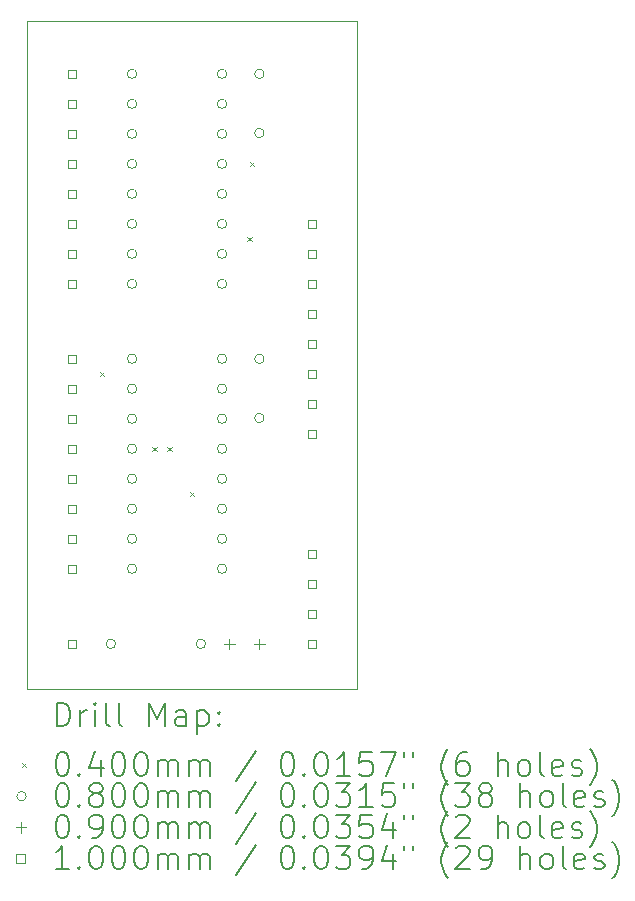
<source format=gbr>
%FSLAX45Y45*%
G04 Gerber Fmt 4.5, Leading zero omitted, Abs format (unit mm)*
G04 Created by KiCad (PCBNEW (6.0.5)) date 2024-02-04 14:25:51*
%MOMM*%
%LPD*%
G01*
G04 APERTURE LIST*
%TA.AperFunction,Profile*%
%ADD10C,0.100000*%
%TD*%
%ADD11C,0.200000*%
%ADD12C,0.040000*%
%ADD13C,0.080000*%
%ADD14C,0.090000*%
%ADD15C,0.100000*%
G04 APERTURE END LIST*
D10*
X14097000Y-5905500D02*
X16891000Y-5905500D01*
X16891000Y-5905500D02*
X16891000Y-11557000D01*
X16891000Y-11557000D02*
X14097000Y-11557000D01*
X14097000Y-11557000D02*
X14097000Y-5905500D01*
D11*
D12*
X14712000Y-8870000D02*
X14752000Y-8910000D01*
X14752000Y-8870000D02*
X14712000Y-8910000D01*
X15156500Y-9505000D02*
X15196500Y-9545000D01*
X15196500Y-9505000D02*
X15156500Y-9545000D01*
X15283500Y-9505000D02*
X15323500Y-9545000D01*
X15323500Y-9505000D02*
X15283500Y-9545000D01*
X15474000Y-9886000D02*
X15514000Y-9926000D01*
X15514000Y-9886000D02*
X15474000Y-9926000D01*
X15960550Y-7727000D02*
X16000550Y-7767000D01*
X16000550Y-7727000D02*
X15960550Y-7767000D01*
X15982000Y-7092000D02*
X16022000Y-7132000D01*
X16022000Y-7092000D02*
X15982000Y-7132000D01*
D13*
X14848200Y-11175000D02*
G75*
G03*
X14848200Y-11175000I-40000J0D01*
G01*
X15027000Y-6349000D02*
G75*
G03*
X15027000Y-6349000I-40000J0D01*
G01*
X15027000Y-6603000D02*
G75*
G03*
X15027000Y-6603000I-40000J0D01*
G01*
X15027000Y-6857000D02*
G75*
G03*
X15027000Y-6857000I-40000J0D01*
G01*
X15027000Y-7111000D02*
G75*
G03*
X15027000Y-7111000I-40000J0D01*
G01*
X15027000Y-7365000D02*
G75*
G03*
X15027000Y-7365000I-40000J0D01*
G01*
X15027000Y-7619000D02*
G75*
G03*
X15027000Y-7619000I-40000J0D01*
G01*
X15027000Y-7873000D02*
G75*
G03*
X15027000Y-7873000I-40000J0D01*
G01*
X15027000Y-8127000D02*
G75*
G03*
X15027000Y-8127000I-40000J0D01*
G01*
X15028000Y-8761000D02*
G75*
G03*
X15028000Y-8761000I-40000J0D01*
G01*
X15028000Y-9015000D02*
G75*
G03*
X15028000Y-9015000I-40000J0D01*
G01*
X15028000Y-9269000D02*
G75*
G03*
X15028000Y-9269000I-40000J0D01*
G01*
X15028000Y-9523000D02*
G75*
G03*
X15028000Y-9523000I-40000J0D01*
G01*
X15028000Y-9777000D02*
G75*
G03*
X15028000Y-9777000I-40000J0D01*
G01*
X15028000Y-10031000D02*
G75*
G03*
X15028000Y-10031000I-40000J0D01*
G01*
X15028000Y-10285000D02*
G75*
G03*
X15028000Y-10285000I-40000J0D01*
G01*
X15028000Y-10539000D02*
G75*
G03*
X15028000Y-10539000I-40000J0D01*
G01*
X15610200Y-11175000D02*
G75*
G03*
X15610200Y-11175000I-40000J0D01*
G01*
X15789000Y-6349000D02*
G75*
G03*
X15789000Y-6349000I-40000J0D01*
G01*
X15789000Y-6603000D02*
G75*
G03*
X15789000Y-6603000I-40000J0D01*
G01*
X15789000Y-6857000D02*
G75*
G03*
X15789000Y-6857000I-40000J0D01*
G01*
X15789000Y-7111000D02*
G75*
G03*
X15789000Y-7111000I-40000J0D01*
G01*
X15789000Y-7365000D02*
G75*
G03*
X15789000Y-7365000I-40000J0D01*
G01*
X15789000Y-7619000D02*
G75*
G03*
X15789000Y-7619000I-40000J0D01*
G01*
X15789000Y-7873000D02*
G75*
G03*
X15789000Y-7873000I-40000J0D01*
G01*
X15789000Y-8127000D02*
G75*
G03*
X15789000Y-8127000I-40000J0D01*
G01*
X15790000Y-8761000D02*
G75*
G03*
X15790000Y-8761000I-40000J0D01*
G01*
X15790000Y-9015000D02*
G75*
G03*
X15790000Y-9015000I-40000J0D01*
G01*
X15790000Y-9269000D02*
G75*
G03*
X15790000Y-9269000I-40000J0D01*
G01*
X15790000Y-9523000D02*
G75*
G03*
X15790000Y-9523000I-40000J0D01*
G01*
X15790000Y-9777000D02*
G75*
G03*
X15790000Y-9777000I-40000J0D01*
G01*
X15790000Y-10031000D02*
G75*
G03*
X15790000Y-10031000I-40000J0D01*
G01*
X15790000Y-10285000D02*
G75*
G03*
X15790000Y-10285000I-40000J0D01*
G01*
X15790000Y-10539000D02*
G75*
G03*
X15790000Y-10539000I-40000J0D01*
G01*
X16105500Y-6350000D02*
G75*
G03*
X16105500Y-6350000I-40000J0D01*
G01*
X16105500Y-6850000D02*
G75*
G03*
X16105500Y-6850000I-40000J0D01*
G01*
X16105500Y-8763000D02*
G75*
G03*
X16105500Y-8763000I-40000J0D01*
G01*
X16105500Y-9263000D02*
G75*
G03*
X16105500Y-9263000I-40000J0D01*
G01*
D14*
X15811500Y-11131000D02*
X15811500Y-11221000D01*
X15766500Y-11176000D02*
X15856500Y-11176000D01*
X16065500Y-11131000D02*
X16065500Y-11221000D01*
X16020500Y-11176000D02*
X16110500Y-11176000D01*
D15*
X14514356Y-6384356D02*
X14514356Y-6313644D01*
X14443644Y-6313644D01*
X14443644Y-6384356D01*
X14514356Y-6384356D01*
X14514356Y-6638356D02*
X14514356Y-6567644D01*
X14443644Y-6567644D01*
X14443644Y-6638356D01*
X14514356Y-6638356D01*
X14514356Y-6892356D02*
X14514356Y-6821644D01*
X14443644Y-6821644D01*
X14443644Y-6892356D01*
X14514356Y-6892356D01*
X14514356Y-7146356D02*
X14514356Y-7075644D01*
X14443644Y-7075644D01*
X14443644Y-7146356D01*
X14514356Y-7146356D01*
X14514356Y-7400356D02*
X14514356Y-7329644D01*
X14443644Y-7329644D01*
X14443644Y-7400356D01*
X14514356Y-7400356D01*
X14514356Y-7654356D02*
X14514356Y-7583644D01*
X14443644Y-7583644D01*
X14443644Y-7654356D01*
X14514356Y-7654356D01*
X14514356Y-7908356D02*
X14514356Y-7837644D01*
X14443644Y-7837644D01*
X14443644Y-7908356D01*
X14514356Y-7908356D01*
X14514356Y-8162356D02*
X14514356Y-8091644D01*
X14443644Y-8091644D01*
X14443644Y-8162356D01*
X14514356Y-8162356D01*
X14514356Y-8797356D02*
X14514356Y-8726644D01*
X14443644Y-8726644D01*
X14443644Y-8797356D01*
X14514356Y-8797356D01*
X14514356Y-9051356D02*
X14514356Y-8980644D01*
X14443644Y-8980644D01*
X14443644Y-9051356D01*
X14514356Y-9051356D01*
X14514356Y-9305356D02*
X14514356Y-9234644D01*
X14443644Y-9234644D01*
X14443644Y-9305356D01*
X14514356Y-9305356D01*
X14514356Y-9559356D02*
X14514356Y-9488644D01*
X14443644Y-9488644D01*
X14443644Y-9559356D01*
X14514356Y-9559356D01*
X14514356Y-9813356D02*
X14514356Y-9742644D01*
X14443644Y-9742644D01*
X14443644Y-9813356D01*
X14514356Y-9813356D01*
X14514356Y-10067356D02*
X14514356Y-9996644D01*
X14443644Y-9996644D01*
X14443644Y-10067356D01*
X14514356Y-10067356D01*
X14514356Y-10321356D02*
X14514356Y-10250644D01*
X14443644Y-10250644D01*
X14443644Y-10321356D01*
X14514356Y-10321356D01*
X14514356Y-10575356D02*
X14514356Y-10504644D01*
X14443644Y-10504644D01*
X14443644Y-10575356D01*
X14514356Y-10575356D01*
X14514356Y-11210356D02*
X14514356Y-11139644D01*
X14443644Y-11139644D01*
X14443644Y-11210356D01*
X14514356Y-11210356D01*
X16545356Y-7655356D02*
X16545356Y-7584644D01*
X16474644Y-7584644D01*
X16474644Y-7655356D01*
X16545356Y-7655356D01*
X16545356Y-7909356D02*
X16545356Y-7838644D01*
X16474644Y-7838644D01*
X16474644Y-7909356D01*
X16545356Y-7909356D01*
X16545356Y-8163356D02*
X16545356Y-8092644D01*
X16474644Y-8092644D01*
X16474644Y-8163356D01*
X16545356Y-8163356D01*
X16545356Y-8417356D02*
X16545356Y-8346644D01*
X16474644Y-8346644D01*
X16474644Y-8417356D01*
X16545356Y-8417356D01*
X16545356Y-8671356D02*
X16545356Y-8600644D01*
X16474644Y-8600644D01*
X16474644Y-8671356D01*
X16545356Y-8671356D01*
X16545356Y-8925356D02*
X16545356Y-8854644D01*
X16474644Y-8854644D01*
X16474644Y-8925356D01*
X16545356Y-8925356D01*
X16545356Y-9179356D02*
X16545356Y-9108644D01*
X16474644Y-9108644D01*
X16474644Y-9179356D01*
X16545356Y-9179356D01*
X16545356Y-9433356D02*
X16545356Y-9362644D01*
X16474644Y-9362644D01*
X16474644Y-9433356D01*
X16545356Y-9433356D01*
X16545356Y-10449356D02*
X16545356Y-10378644D01*
X16474644Y-10378644D01*
X16474644Y-10449356D01*
X16545356Y-10449356D01*
X16545356Y-10703356D02*
X16545356Y-10632644D01*
X16474644Y-10632644D01*
X16474644Y-10703356D01*
X16545356Y-10703356D01*
X16545356Y-10957356D02*
X16545356Y-10886644D01*
X16474644Y-10886644D01*
X16474644Y-10957356D01*
X16545356Y-10957356D01*
X16545356Y-11211356D02*
X16545356Y-11140644D01*
X16474644Y-11140644D01*
X16474644Y-11211356D01*
X16545356Y-11211356D01*
D11*
X14349619Y-11872476D02*
X14349619Y-11672476D01*
X14397238Y-11672476D01*
X14425809Y-11682000D01*
X14444857Y-11701048D01*
X14454381Y-11720095D01*
X14463905Y-11758190D01*
X14463905Y-11786762D01*
X14454381Y-11824857D01*
X14444857Y-11843905D01*
X14425809Y-11862952D01*
X14397238Y-11872476D01*
X14349619Y-11872476D01*
X14549619Y-11872476D02*
X14549619Y-11739143D01*
X14549619Y-11777238D02*
X14559143Y-11758190D01*
X14568667Y-11748667D01*
X14587714Y-11739143D01*
X14606762Y-11739143D01*
X14673428Y-11872476D02*
X14673428Y-11739143D01*
X14673428Y-11672476D02*
X14663905Y-11682000D01*
X14673428Y-11691524D01*
X14682952Y-11682000D01*
X14673428Y-11672476D01*
X14673428Y-11691524D01*
X14797238Y-11872476D02*
X14778190Y-11862952D01*
X14768667Y-11843905D01*
X14768667Y-11672476D01*
X14902000Y-11872476D02*
X14882952Y-11862952D01*
X14873428Y-11843905D01*
X14873428Y-11672476D01*
X15130571Y-11872476D02*
X15130571Y-11672476D01*
X15197238Y-11815333D01*
X15263905Y-11672476D01*
X15263905Y-11872476D01*
X15444857Y-11872476D02*
X15444857Y-11767714D01*
X15435333Y-11748667D01*
X15416286Y-11739143D01*
X15378190Y-11739143D01*
X15359143Y-11748667D01*
X15444857Y-11862952D02*
X15425809Y-11872476D01*
X15378190Y-11872476D01*
X15359143Y-11862952D01*
X15349619Y-11843905D01*
X15349619Y-11824857D01*
X15359143Y-11805809D01*
X15378190Y-11796286D01*
X15425809Y-11796286D01*
X15444857Y-11786762D01*
X15540095Y-11739143D02*
X15540095Y-11939143D01*
X15540095Y-11748667D02*
X15559143Y-11739143D01*
X15597238Y-11739143D01*
X15616286Y-11748667D01*
X15625809Y-11758190D01*
X15635333Y-11777238D01*
X15635333Y-11834381D01*
X15625809Y-11853428D01*
X15616286Y-11862952D01*
X15597238Y-11872476D01*
X15559143Y-11872476D01*
X15540095Y-11862952D01*
X15721048Y-11853428D02*
X15730571Y-11862952D01*
X15721048Y-11872476D01*
X15711524Y-11862952D01*
X15721048Y-11853428D01*
X15721048Y-11872476D01*
X15721048Y-11748667D02*
X15730571Y-11758190D01*
X15721048Y-11767714D01*
X15711524Y-11758190D01*
X15721048Y-11748667D01*
X15721048Y-11767714D01*
D12*
X14052000Y-12182000D02*
X14092000Y-12222000D01*
X14092000Y-12182000D02*
X14052000Y-12222000D01*
D11*
X14387714Y-12092476D02*
X14406762Y-12092476D01*
X14425809Y-12102000D01*
X14435333Y-12111524D01*
X14444857Y-12130571D01*
X14454381Y-12168667D01*
X14454381Y-12216286D01*
X14444857Y-12254381D01*
X14435333Y-12273428D01*
X14425809Y-12282952D01*
X14406762Y-12292476D01*
X14387714Y-12292476D01*
X14368667Y-12282952D01*
X14359143Y-12273428D01*
X14349619Y-12254381D01*
X14340095Y-12216286D01*
X14340095Y-12168667D01*
X14349619Y-12130571D01*
X14359143Y-12111524D01*
X14368667Y-12102000D01*
X14387714Y-12092476D01*
X14540095Y-12273428D02*
X14549619Y-12282952D01*
X14540095Y-12292476D01*
X14530571Y-12282952D01*
X14540095Y-12273428D01*
X14540095Y-12292476D01*
X14721048Y-12159143D02*
X14721048Y-12292476D01*
X14673428Y-12082952D02*
X14625809Y-12225809D01*
X14749619Y-12225809D01*
X14863905Y-12092476D02*
X14882952Y-12092476D01*
X14902000Y-12102000D01*
X14911524Y-12111524D01*
X14921048Y-12130571D01*
X14930571Y-12168667D01*
X14930571Y-12216286D01*
X14921048Y-12254381D01*
X14911524Y-12273428D01*
X14902000Y-12282952D01*
X14882952Y-12292476D01*
X14863905Y-12292476D01*
X14844857Y-12282952D01*
X14835333Y-12273428D01*
X14825809Y-12254381D01*
X14816286Y-12216286D01*
X14816286Y-12168667D01*
X14825809Y-12130571D01*
X14835333Y-12111524D01*
X14844857Y-12102000D01*
X14863905Y-12092476D01*
X15054381Y-12092476D02*
X15073428Y-12092476D01*
X15092476Y-12102000D01*
X15102000Y-12111524D01*
X15111524Y-12130571D01*
X15121048Y-12168667D01*
X15121048Y-12216286D01*
X15111524Y-12254381D01*
X15102000Y-12273428D01*
X15092476Y-12282952D01*
X15073428Y-12292476D01*
X15054381Y-12292476D01*
X15035333Y-12282952D01*
X15025809Y-12273428D01*
X15016286Y-12254381D01*
X15006762Y-12216286D01*
X15006762Y-12168667D01*
X15016286Y-12130571D01*
X15025809Y-12111524D01*
X15035333Y-12102000D01*
X15054381Y-12092476D01*
X15206762Y-12292476D02*
X15206762Y-12159143D01*
X15206762Y-12178190D02*
X15216286Y-12168667D01*
X15235333Y-12159143D01*
X15263905Y-12159143D01*
X15282952Y-12168667D01*
X15292476Y-12187714D01*
X15292476Y-12292476D01*
X15292476Y-12187714D02*
X15302000Y-12168667D01*
X15321048Y-12159143D01*
X15349619Y-12159143D01*
X15368667Y-12168667D01*
X15378190Y-12187714D01*
X15378190Y-12292476D01*
X15473428Y-12292476D02*
X15473428Y-12159143D01*
X15473428Y-12178190D02*
X15482952Y-12168667D01*
X15502000Y-12159143D01*
X15530571Y-12159143D01*
X15549619Y-12168667D01*
X15559143Y-12187714D01*
X15559143Y-12292476D01*
X15559143Y-12187714D02*
X15568667Y-12168667D01*
X15587714Y-12159143D01*
X15616286Y-12159143D01*
X15635333Y-12168667D01*
X15644857Y-12187714D01*
X15644857Y-12292476D01*
X16035333Y-12082952D02*
X15863905Y-12340095D01*
X16292476Y-12092476D02*
X16311524Y-12092476D01*
X16330571Y-12102000D01*
X16340095Y-12111524D01*
X16349619Y-12130571D01*
X16359143Y-12168667D01*
X16359143Y-12216286D01*
X16349619Y-12254381D01*
X16340095Y-12273428D01*
X16330571Y-12282952D01*
X16311524Y-12292476D01*
X16292476Y-12292476D01*
X16273428Y-12282952D01*
X16263905Y-12273428D01*
X16254381Y-12254381D01*
X16244857Y-12216286D01*
X16244857Y-12168667D01*
X16254381Y-12130571D01*
X16263905Y-12111524D01*
X16273428Y-12102000D01*
X16292476Y-12092476D01*
X16444857Y-12273428D02*
X16454381Y-12282952D01*
X16444857Y-12292476D01*
X16435333Y-12282952D01*
X16444857Y-12273428D01*
X16444857Y-12292476D01*
X16578190Y-12092476D02*
X16597238Y-12092476D01*
X16616286Y-12102000D01*
X16625809Y-12111524D01*
X16635333Y-12130571D01*
X16644857Y-12168667D01*
X16644857Y-12216286D01*
X16635333Y-12254381D01*
X16625809Y-12273428D01*
X16616286Y-12282952D01*
X16597238Y-12292476D01*
X16578190Y-12292476D01*
X16559143Y-12282952D01*
X16549619Y-12273428D01*
X16540095Y-12254381D01*
X16530571Y-12216286D01*
X16530571Y-12168667D01*
X16540095Y-12130571D01*
X16549619Y-12111524D01*
X16559143Y-12102000D01*
X16578190Y-12092476D01*
X16835333Y-12292476D02*
X16721048Y-12292476D01*
X16778190Y-12292476D02*
X16778190Y-12092476D01*
X16759143Y-12121048D01*
X16740095Y-12140095D01*
X16721048Y-12149619D01*
X17016286Y-12092476D02*
X16921048Y-12092476D01*
X16911524Y-12187714D01*
X16921048Y-12178190D01*
X16940095Y-12168667D01*
X16987714Y-12168667D01*
X17006762Y-12178190D01*
X17016286Y-12187714D01*
X17025810Y-12206762D01*
X17025810Y-12254381D01*
X17016286Y-12273428D01*
X17006762Y-12282952D01*
X16987714Y-12292476D01*
X16940095Y-12292476D01*
X16921048Y-12282952D01*
X16911524Y-12273428D01*
X17092476Y-12092476D02*
X17225810Y-12092476D01*
X17140095Y-12292476D01*
X17292476Y-12092476D02*
X17292476Y-12130571D01*
X17368667Y-12092476D02*
X17368667Y-12130571D01*
X17663905Y-12368667D02*
X17654381Y-12359143D01*
X17635333Y-12330571D01*
X17625810Y-12311524D01*
X17616286Y-12282952D01*
X17606762Y-12235333D01*
X17606762Y-12197238D01*
X17616286Y-12149619D01*
X17625810Y-12121048D01*
X17635333Y-12102000D01*
X17654381Y-12073428D01*
X17663905Y-12063905D01*
X17825810Y-12092476D02*
X17787714Y-12092476D01*
X17768667Y-12102000D01*
X17759143Y-12111524D01*
X17740095Y-12140095D01*
X17730571Y-12178190D01*
X17730571Y-12254381D01*
X17740095Y-12273428D01*
X17749619Y-12282952D01*
X17768667Y-12292476D01*
X17806762Y-12292476D01*
X17825810Y-12282952D01*
X17835333Y-12273428D01*
X17844857Y-12254381D01*
X17844857Y-12206762D01*
X17835333Y-12187714D01*
X17825810Y-12178190D01*
X17806762Y-12168667D01*
X17768667Y-12168667D01*
X17749619Y-12178190D01*
X17740095Y-12187714D01*
X17730571Y-12206762D01*
X18082952Y-12292476D02*
X18082952Y-12092476D01*
X18168667Y-12292476D02*
X18168667Y-12187714D01*
X18159143Y-12168667D01*
X18140095Y-12159143D01*
X18111524Y-12159143D01*
X18092476Y-12168667D01*
X18082952Y-12178190D01*
X18292476Y-12292476D02*
X18273429Y-12282952D01*
X18263905Y-12273428D01*
X18254381Y-12254381D01*
X18254381Y-12197238D01*
X18263905Y-12178190D01*
X18273429Y-12168667D01*
X18292476Y-12159143D01*
X18321048Y-12159143D01*
X18340095Y-12168667D01*
X18349619Y-12178190D01*
X18359143Y-12197238D01*
X18359143Y-12254381D01*
X18349619Y-12273428D01*
X18340095Y-12282952D01*
X18321048Y-12292476D01*
X18292476Y-12292476D01*
X18473429Y-12292476D02*
X18454381Y-12282952D01*
X18444857Y-12263905D01*
X18444857Y-12092476D01*
X18625810Y-12282952D02*
X18606762Y-12292476D01*
X18568667Y-12292476D01*
X18549619Y-12282952D01*
X18540095Y-12263905D01*
X18540095Y-12187714D01*
X18549619Y-12168667D01*
X18568667Y-12159143D01*
X18606762Y-12159143D01*
X18625810Y-12168667D01*
X18635333Y-12187714D01*
X18635333Y-12206762D01*
X18540095Y-12225809D01*
X18711524Y-12282952D02*
X18730571Y-12292476D01*
X18768667Y-12292476D01*
X18787714Y-12282952D01*
X18797238Y-12263905D01*
X18797238Y-12254381D01*
X18787714Y-12235333D01*
X18768667Y-12225809D01*
X18740095Y-12225809D01*
X18721048Y-12216286D01*
X18711524Y-12197238D01*
X18711524Y-12187714D01*
X18721048Y-12168667D01*
X18740095Y-12159143D01*
X18768667Y-12159143D01*
X18787714Y-12168667D01*
X18863905Y-12368667D02*
X18873429Y-12359143D01*
X18892476Y-12330571D01*
X18902000Y-12311524D01*
X18911524Y-12282952D01*
X18921048Y-12235333D01*
X18921048Y-12197238D01*
X18911524Y-12149619D01*
X18902000Y-12121048D01*
X18892476Y-12102000D01*
X18873429Y-12073428D01*
X18863905Y-12063905D01*
D13*
X14092000Y-12466000D02*
G75*
G03*
X14092000Y-12466000I-40000J0D01*
G01*
D11*
X14387714Y-12356476D02*
X14406762Y-12356476D01*
X14425809Y-12366000D01*
X14435333Y-12375524D01*
X14444857Y-12394571D01*
X14454381Y-12432667D01*
X14454381Y-12480286D01*
X14444857Y-12518381D01*
X14435333Y-12537428D01*
X14425809Y-12546952D01*
X14406762Y-12556476D01*
X14387714Y-12556476D01*
X14368667Y-12546952D01*
X14359143Y-12537428D01*
X14349619Y-12518381D01*
X14340095Y-12480286D01*
X14340095Y-12432667D01*
X14349619Y-12394571D01*
X14359143Y-12375524D01*
X14368667Y-12366000D01*
X14387714Y-12356476D01*
X14540095Y-12537428D02*
X14549619Y-12546952D01*
X14540095Y-12556476D01*
X14530571Y-12546952D01*
X14540095Y-12537428D01*
X14540095Y-12556476D01*
X14663905Y-12442190D02*
X14644857Y-12432667D01*
X14635333Y-12423143D01*
X14625809Y-12404095D01*
X14625809Y-12394571D01*
X14635333Y-12375524D01*
X14644857Y-12366000D01*
X14663905Y-12356476D01*
X14702000Y-12356476D01*
X14721048Y-12366000D01*
X14730571Y-12375524D01*
X14740095Y-12394571D01*
X14740095Y-12404095D01*
X14730571Y-12423143D01*
X14721048Y-12432667D01*
X14702000Y-12442190D01*
X14663905Y-12442190D01*
X14644857Y-12451714D01*
X14635333Y-12461238D01*
X14625809Y-12480286D01*
X14625809Y-12518381D01*
X14635333Y-12537428D01*
X14644857Y-12546952D01*
X14663905Y-12556476D01*
X14702000Y-12556476D01*
X14721048Y-12546952D01*
X14730571Y-12537428D01*
X14740095Y-12518381D01*
X14740095Y-12480286D01*
X14730571Y-12461238D01*
X14721048Y-12451714D01*
X14702000Y-12442190D01*
X14863905Y-12356476D02*
X14882952Y-12356476D01*
X14902000Y-12366000D01*
X14911524Y-12375524D01*
X14921048Y-12394571D01*
X14930571Y-12432667D01*
X14930571Y-12480286D01*
X14921048Y-12518381D01*
X14911524Y-12537428D01*
X14902000Y-12546952D01*
X14882952Y-12556476D01*
X14863905Y-12556476D01*
X14844857Y-12546952D01*
X14835333Y-12537428D01*
X14825809Y-12518381D01*
X14816286Y-12480286D01*
X14816286Y-12432667D01*
X14825809Y-12394571D01*
X14835333Y-12375524D01*
X14844857Y-12366000D01*
X14863905Y-12356476D01*
X15054381Y-12356476D02*
X15073428Y-12356476D01*
X15092476Y-12366000D01*
X15102000Y-12375524D01*
X15111524Y-12394571D01*
X15121048Y-12432667D01*
X15121048Y-12480286D01*
X15111524Y-12518381D01*
X15102000Y-12537428D01*
X15092476Y-12546952D01*
X15073428Y-12556476D01*
X15054381Y-12556476D01*
X15035333Y-12546952D01*
X15025809Y-12537428D01*
X15016286Y-12518381D01*
X15006762Y-12480286D01*
X15006762Y-12432667D01*
X15016286Y-12394571D01*
X15025809Y-12375524D01*
X15035333Y-12366000D01*
X15054381Y-12356476D01*
X15206762Y-12556476D02*
X15206762Y-12423143D01*
X15206762Y-12442190D02*
X15216286Y-12432667D01*
X15235333Y-12423143D01*
X15263905Y-12423143D01*
X15282952Y-12432667D01*
X15292476Y-12451714D01*
X15292476Y-12556476D01*
X15292476Y-12451714D02*
X15302000Y-12432667D01*
X15321048Y-12423143D01*
X15349619Y-12423143D01*
X15368667Y-12432667D01*
X15378190Y-12451714D01*
X15378190Y-12556476D01*
X15473428Y-12556476D02*
X15473428Y-12423143D01*
X15473428Y-12442190D02*
X15482952Y-12432667D01*
X15502000Y-12423143D01*
X15530571Y-12423143D01*
X15549619Y-12432667D01*
X15559143Y-12451714D01*
X15559143Y-12556476D01*
X15559143Y-12451714D02*
X15568667Y-12432667D01*
X15587714Y-12423143D01*
X15616286Y-12423143D01*
X15635333Y-12432667D01*
X15644857Y-12451714D01*
X15644857Y-12556476D01*
X16035333Y-12346952D02*
X15863905Y-12604095D01*
X16292476Y-12356476D02*
X16311524Y-12356476D01*
X16330571Y-12366000D01*
X16340095Y-12375524D01*
X16349619Y-12394571D01*
X16359143Y-12432667D01*
X16359143Y-12480286D01*
X16349619Y-12518381D01*
X16340095Y-12537428D01*
X16330571Y-12546952D01*
X16311524Y-12556476D01*
X16292476Y-12556476D01*
X16273428Y-12546952D01*
X16263905Y-12537428D01*
X16254381Y-12518381D01*
X16244857Y-12480286D01*
X16244857Y-12432667D01*
X16254381Y-12394571D01*
X16263905Y-12375524D01*
X16273428Y-12366000D01*
X16292476Y-12356476D01*
X16444857Y-12537428D02*
X16454381Y-12546952D01*
X16444857Y-12556476D01*
X16435333Y-12546952D01*
X16444857Y-12537428D01*
X16444857Y-12556476D01*
X16578190Y-12356476D02*
X16597238Y-12356476D01*
X16616286Y-12366000D01*
X16625809Y-12375524D01*
X16635333Y-12394571D01*
X16644857Y-12432667D01*
X16644857Y-12480286D01*
X16635333Y-12518381D01*
X16625809Y-12537428D01*
X16616286Y-12546952D01*
X16597238Y-12556476D01*
X16578190Y-12556476D01*
X16559143Y-12546952D01*
X16549619Y-12537428D01*
X16540095Y-12518381D01*
X16530571Y-12480286D01*
X16530571Y-12432667D01*
X16540095Y-12394571D01*
X16549619Y-12375524D01*
X16559143Y-12366000D01*
X16578190Y-12356476D01*
X16711524Y-12356476D02*
X16835333Y-12356476D01*
X16768667Y-12432667D01*
X16797238Y-12432667D01*
X16816286Y-12442190D01*
X16825810Y-12451714D01*
X16835333Y-12470762D01*
X16835333Y-12518381D01*
X16825810Y-12537428D01*
X16816286Y-12546952D01*
X16797238Y-12556476D01*
X16740095Y-12556476D01*
X16721048Y-12546952D01*
X16711524Y-12537428D01*
X17025810Y-12556476D02*
X16911524Y-12556476D01*
X16968667Y-12556476D02*
X16968667Y-12356476D01*
X16949619Y-12385048D01*
X16930571Y-12404095D01*
X16911524Y-12413619D01*
X17206762Y-12356476D02*
X17111524Y-12356476D01*
X17102000Y-12451714D01*
X17111524Y-12442190D01*
X17130571Y-12432667D01*
X17178190Y-12432667D01*
X17197238Y-12442190D01*
X17206762Y-12451714D01*
X17216286Y-12470762D01*
X17216286Y-12518381D01*
X17206762Y-12537428D01*
X17197238Y-12546952D01*
X17178190Y-12556476D01*
X17130571Y-12556476D01*
X17111524Y-12546952D01*
X17102000Y-12537428D01*
X17292476Y-12356476D02*
X17292476Y-12394571D01*
X17368667Y-12356476D02*
X17368667Y-12394571D01*
X17663905Y-12632667D02*
X17654381Y-12623143D01*
X17635333Y-12594571D01*
X17625810Y-12575524D01*
X17616286Y-12546952D01*
X17606762Y-12499333D01*
X17606762Y-12461238D01*
X17616286Y-12413619D01*
X17625810Y-12385048D01*
X17635333Y-12366000D01*
X17654381Y-12337428D01*
X17663905Y-12327905D01*
X17721048Y-12356476D02*
X17844857Y-12356476D01*
X17778190Y-12432667D01*
X17806762Y-12432667D01*
X17825810Y-12442190D01*
X17835333Y-12451714D01*
X17844857Y-12470762D01*
X17844857Y-12518381D01*
X17835333Y-12537428D01*
X17825810Y-12546952D01*
X17806762Y-12556476D01*
X17749619Y-12556476D01*
X17730571Y-12546952D01*
X17721048Y-12537428D01*
X17959143Y-12442190D02*
X17940095Y-12432667D01*
X17930571Y-12423143D01*
X17921048Y-12404095D01*
X17921048Y-12394571D01*
X17930571Y-12375524D01*
X17940095Y-12366000D01*
X17959143Y-12356476D01*
X17997238Y-12356476D01*
X18016286Y-12366000D01*
X18025810Y-12375524D01*
X18035333Y-12394571D01*
X18035333Y-12404095D01*
X18025810Y-12423143D01*
X18016286Y-12432667D01*
X17997238Y-12442190D01*
X17959143Y-12442190D01*
X17940095Y-12451714D01*
X17930571Y-12461238D01*
X17921048Y-12480286D01*
X17921048Y-12518381D01*
X17930571Y-12537428D01*
X17940095Y-12546952D01*
X17959143Y-12556476D01*
X17997238Y-12556476D01*
X18016286Y-12546952D01*
X18025810Y-12537428D01*
X18035333Y-12518381D01*
X18035333Y-12480286D01*
X18025810Y-12461238D01*
X18016286Y-12451714D01*
X17997238Y-12442190D01*
X18273429Y-12556476D02*
X18273429Y-12356476D01*
X18359143Y-12556476D02*
X18359143Y-12451714D01*
X18349619Y-12432667D01*
X18330571Y-12423143D01*
X18302000Y-12423143D01*
X18282952Y-12432667D01*
X18273429Y-12442190D01*
X18482952Y-12556476D02*
X18463905Y-12546952D01*
X18454381Y-12537428D01*
X18444857Y-12518381D01*
X18444857Y-12461238D01*
X18454381Y-12442190D01*
X18463905Y-12432667D01*
X18482952Y-12423143D01*
X18511524Y-12423143D01*
X18530571Y-12432667D01*
X18540095Y-12442190D01*
X18549619Y-12461238D01*
X18549619Y-12518381D01*
X18540095Y-12537428D01*
X18530571Y-12546952D01*
X18511524Y-12556476D01*
X18482952Y-12556476D01*
X18663905Y-12556476D02*
X18644857Y-12546952D01*
X18635333Y-12527905D01*
X18635333Y-12356476D01*
X18816286Y-12546952D02*
X18797238Y-12556476D01*
X18759143Y-12556476D01*
X18740095Y-12546952D01*
X18730571Y-12527905D01*
X18730571Y-12451714D01*
X18740095Y-12432667D01*
X18759143Y-12423143D01*
X18797238Y-12423143D01*
X18816286Y-12432667D01*
X18825810Y-12451714D01*
X18825810Y-12470762D01*
X18730571Y-12489809D01*
X18902000Y-12546952D02*
X18921048Y-12556476D01*
X18959143Y-12556476D01*
X18978190Y-12546952D01*
X18987714Y-12527905D01*
X18987714Y-12518381D01*
X18978190Y-12499333D01*
X18959143Y-12489809D01*
X18930571Y-12489809D01*
X18911524Y-12480286D01*
X18902000Y-12461238D01*
X18902000Y-12451714D01*
X18911524Y-12432667D01*
X18930571Y-12423143D01*
X18959143Y-12423143D01*
X18978190Y-12432667D01*
X19054381Y-12632667D02*
X19063905Y-12623143D01*
X19082952Y-12594571D01*
X19092476Y-12575524D01*
X19102000Y-12546952D01*
X19111524Y-12499333D01*
X19111524Y-12461238D01*
X19102000Y-12413619D01*
X19092476Y-12385048D01*
X19082952Y-12366000D01*
X19063905Y-12337428D01*
X19054381Y-12327905D01*
D14*
X14047000Y-12685000D02*
X14047000Y-12775000D01*
X14002000Y-12730000D02*
X14092000Y-12730000D01*
D11*
X14387714Y-12620476D02*
X14406762Y-12620476D01*
X14425809Y-12630000D01*
X14435333Y-12639524D01*
X14444857Y-12658571D01*
X14454381Y-12696667D01*
X14454381Y-12744286D01*
X14444857Y-12782381D01*
X14435333Y-12801428D01*
X14425809Y-12810952D01*
X14406762Y-12820476D01*
X14387714Y-12820476D01*
X14368667Y-12810952D01*
X14359143Y-12801428D01*
X14349619Y-12782381D01*
X14340095Y-12744286D01*
X14340095Y-12696667D01*
X14349619Y-12658571D01*
X14359143Y-12639524D01*
X14368667Y-12630000D01*
X14387714Y-12620476D01*
X14540095Y-12801428D02*
X14549619Y-12810952D01*
X14540095Y-12820476D01*
X14530571Y-12810952D01*
X14540095Y-12801428D01*
X14540095Y-12820476D01*
X14644857Y-12820476D02*
X14682952Y-12820476D01*
X14702000Y-12810952D01*
X14711524Y-12801428D01*
X14730571Y-12772857D01*
X14740095Y-12734762D01*
X14740095Y-12658571D01*
X14730571Y-12639524D01*
X14721048Y-12630000D01*
X14702000Y-12620476D01*
X14663905Y-12620476D01*
X14644857Y-12630000D01*
X14635333Y-12639524D01*
X14625809Y-12658571D01*
X14625809Y-12706190D01*
X14635333Y-12725238D01*
X14644857Y-12734762D01*
X14663905Y-12744286D01*
X14702000Y-12744286D01*
X14721048Y-12734762D01*
X14730571Y-12725238D01*
X14740095Y-12706190D01*
X14863905Y-12620476D02*
X14882952Y-12620476D01*
X14902000Y-12630000D01*
X14911524Y-12639524D01*
X14921048Y-12658571D01*
X14930571Y-12696667D01*
X14930571Y-12744286D01*
X14921048Y-12782381D01*
X14911524Y-12801428D01*
X14902000Y-12810952D01*
X14882952Y-12820476D01*
X14863905Y-12820476D01*
X14844857Y-12810952D01*
X14835333Y-12801428D01*
X14825809Y-12782381D01*
X14816286Y-12744286D01*
X14816286Y-12696667D01*
X14825809Y-12658571D01*
X14835333Y-12639524D01*
X14844857Y-12630000D01*
X14863905Y-12620476D01*
X15054381Y-12620476D02*
X15073428Y-12620476D01*
X15092476Y-12630000D01*
X15102000Y-12639524D01*
X15111524Y-12658571D01*
X15121048Y-12696667D01*
X15121048Y-12744286D01*
X15111524Y-12782381D01*
X15102000Y-12801428D01*
X15092476Y-12810952D01*
X15073428Y-12820476D01*
X15054381Y-12820476D01*
X15035333Y-12810952D01*
X15025809Y-12801428D01*
X15016286Y-12782381D01*
X15006762Y-12744286D01*
X15006762Y-12696667D01*
X15016286Y-12658571D01*
X15025809Y-12639524D01*
X15035333Y-12630000D01*
X15054381Y-12620476D01*
X15206762Y-12820476D02*
X15206762Y-12687143D01*
X15206762Y-12706190D02*
X15216286Y-12696667D01*
X15235333Y-12687143D01*
X15263905Y-12687143D01*
X15282952Y-12696667D01*
X15292476Y-12715714D01*
X15292476Y-12820476D01*
X15292476Y-12715714D02*
X15302000Y-12696667D01*
X15321048Y-12687143D01*
X15349619Y-12687143D01*
X15368667Y-12696667D01*
X15378190Y-12715714D01*
X15378190Y-12820476D01*
X15473428Y-12820476D02*
X15473428Y-12687143D01*
X15473428Y-12706190D02*
X15482952Y-12696667D01*
X15502000Y-12687143D01*
X15530571Y-12687143D01*
X15549619Y-12696667D01*
X15559143Y-12715714D01*
X15559143Y-12820476D01*
X15559143Y-12715714D02*
X15568667Y-12696667D01*
X15587714Y-12687143D01*
X15616286Y-12687143D01*
X15635333Y-12696667D01*
X15644857Y-12715714D01*
X15644857Y-12820476D01*
X16035333Y-12610952D02*
X15863905Y-12868095D01*
X16292476Y-12620476D02*
X16311524Y-12620476D01*
X16330571Y-12630000D01*
X16340095Y-12639524D01*
X16349619Y-12658571D01*
X16359143Y-12696667D01*
X16359143Y-12744286D01*
X16349619Y-12782381D01*
X16340095Y-12801428D01*
X16330571Y-12810952D01*
X16311524Y-12820476D01*
X16292476Y-12820476D01*
X16273428Y-12810952D01*
X16263905Y-12801428D01*
X16254381Y-12782381D01*
X16244857Y-12744286D01*
X16244857Y-12696667D01*
X16254381Y-12658571D01*
X16263905Y-12639524D01*
X16273428Y-12630000D01*
X16292476Y-12620476D01*
X16444857Y-12801428D02*
X16454381Y-12810952D01*
X16444857Y-12820476D01*
X16435333Y-12810952D01*
X16444857Y-12801428D01*
X16444857Y-12820476D01*
X16578190Y-12620476D02*
X16597238Y-12620476D01*
X16616286Y-12630000D01*
X16625809Y-12639524D01*
X16635333Y-12658571D01*
X16644857Y-12696667D01*
X16644857Y-12744286D01*
X16635333Y-12782381D01*
X16625809Y-12801428D01*
X16616286Y-12810952D01*
X16597238Y-12820476D01*
X16578190Y-12820476D01*
X16559143Y-12810952D01*
X16549619Y-12801428D01*
X16540095Y-12782381D01*
X16530571Y-12744286D01*
X16530571Y-12696667D01*
X16540095Y-12658571D01*
X16549619Y-12639524D01*
X16559143Y-12630000D01*
X16578190Y-12620476D01*
X16711524Y-12620476D02*
X16835333Y-12620476D01*
X16768667Y-12696667D01*
X16797238Y-12696667D01*
X16816286Y-12706190D01*
X16825810Y-12715714D01*
X16835333Y-12734762D01*
X16835333Y-12782381D01*
X16825810Y-12801428D01*
X16816286Y-12810952D01*
X16797238Y-12820476D01*
X16740095Y-12820476D01*
X16721048Y-12810952D01*
X16711524Y-12801428D01*
X17016286Y-12620476D02*
X16921048Y-12620476D01*
X16911524Y-12715714D01*
X16921048Y-12706190D01*
X16940095Y-12696667D01*
X16987714Y-12696667D01*
X17006762Y-12706190D01*
X17016286Y-12715714D01*
X17025810Y-12734762D01*
X17025810Y-12782381D01*
X17016286Y-12801428D01*
X17006762Y-12810952D01*
X16987714Y-12820476D01*
X16940095Y-12820476D01*
X16921048Y-12810952D01*
X16911524Y-12801428D01*
X17197238Y-12687143D02*
X17197238Y-12820476D01*
X17149619Y-12610952D02*
X17102000Y-12753809D01*
X17225810Y-12753809D01*
X17292476Y-12620476D02*
X17292476Y-12658571D01*
X17368667Y-12620476D02*
X17368667Y-12658571D01*
X17663905Y-12896667D02*
X17654381Y-12887143D01*
X17635333Y-12858571D01*
X17625810Y-12839524D01*
X17616286Y-12810952D01*
X17606762Y-12763333D01*
X17606762Y-12725238D01*
X17616286Y-12677619D01*
X17625810Y-12649048D01*
X17635333Y-12630000D01*
X17654381Y-12601428D01*
X17663905Y-12591905D01*
X17730571Y-12639524D02*
X17740095Y-12630000D01*
X17759143Y-12620476D01*
X17806762Y-12620476D01*
X17825810Y-12630000D01*
X17835333Y-12639524D01*
X17844857Y-12658571D01*
X17844857Y-12677619D01*
X17835333Y-12706190D01*
X17721048Y-12820476D01*
X17844857Y-12820476D01*
X18082952Y-12820476D02*
X18082952Y-12620476D01*
X18168667Y-12820476D02*
X18168667Y-12715714D01*
X18159143Y-12696667D01*
X18140095Y-12687143D01*
X18111524Y-12687143D01*
X18092476Y-12696667D01*
X18082952Y-12706190D01*
X18292476Y-12820476D02*
X18273429Y-12810952D01*
X18263905Y-12801428D01*
X18254381Y-12782381D01*
X18254381Y-12725238D01*
X18263905Y-12706190D01*
X18273429Y-12696667D01*
X18292476Y-12687143D01*
X18321048Y-12687143D01*
X18340095Y-12696667D01*
X18349619Y-12706190D01*
X18359143Y-12725238D01*
X18359143Y-12782381D01*
X18349619Y-12801428D01*
X18340095Y-12810952D01*
X18321048Y-12820476D01*
X18292476Y-12820476D01*
X18473429Y-12820476D02*
X18454381Y-12810952D01*
X18444857Y-12791905D01*
X18444857Y-12620476D01*
X18625810Y-12810952D02*
X18606762Y-12820476D01*
X18568667Y-12820476D01*
X18549619Y-12810952D01*
X18540095Y-12791905D01*
X18540095Y-12715714D01*
X18549619Y-12696667D01*
X18568667Y-12687143D01*
X18606762Y-12687143D01*
X18625810Y-12696667D01*
X18635333Y-12715714D01*
X18635333Y-12734762D01*
X18540095Y-12753809D01*
X18711524Y-12810952D02*
X18730571Y-12820476D01*
X18768667Y-12820476D01*
X18787714Y-12810952D01*
X18797238Y-12791905D01*
X18797238Y-12782381D01*
X18787714Y-12763333D01*
X18768667Y-12753809D01*
X18740095Y-12753809D01*
X18721048Y-12744286D01*
X18711524Y-12725238D01*
X18711524Y-12715714D01*
X18721048Y-12696667D01*
X18740095Y-12687143D01*
X18768667Y-12687143D01*
X18787714Y-12696667D01*
X18863905Y-12896667D02*
X18873429Y-12887143D01*
X18892476Y-12858571D01*
X18902000Y-12839524D01*
X18911524Y-12810952D01*
X18921048Y-12763333D01*
X18921048Y-12725238D01*
X18911524Y-12677619D01*
X18902000Y-12649048D01*
X18892476Y-12630000D01*
X18873429Y-12601428D01*
X18863905Y-12591905D01*
D15*
X14077356Y-13029356D02*
X14077356Y-12958644D01*
X14006644Y-12958644D01*
X14006644Y-13029356D01*
X14077356Y-13029356D01*
D11*
X14454381Y-13084476D02*
X14340095Y-13084476D01*
X14397238Y-13084476D02*
X14397238Y-12884476D01*
X14378190Y-12913048D01*
X14359143Y-12932095D01*
X14340095Y-12941619D01*
X14540095Y-13065428D02*
X14549619Y-13074952D01*
X14540095Y-13084476D01*
X14530571Y-13074952D01*
X14540095Y-13065428D01*
X14540095Y-13084476D01*
X14673428Y-12884476D02*
X14692476Y-12884476D01*
X14711524Y-12894000D01*
X14721048Y-12903524D01*
X14730571Y-12922571D01*
X14740095Y-12960667D01*
X14740095Y-13008286D01*
X14730571Y-13046381D01*
X14721048Y-13065428D01*
X14711524Y-13074952D01*
X14692476Y-13084476D01*
X14673428Y-13084476D01*
X14654381Y-13074952D01*
X14644857Y-13065428D01*
X14635333Y-13046381D01*
X14625809Y-13008286D01*
X14625809Y-12960667D01*
X14635333Y-12922571D01*
X14644857Y-12903524D01*
X14654381Y-12894000D01*
X14673428Y-12884476D01*
X14863905Y-12884476D02*
X14882952Y-12884476D01*
X14902000Y-12894000D01*
X14911524Y-12903524D01*
X14921048Y-12922571D01*
X14930571Y-12960667D01*
X14930571Y-13008286D01*
X14921048Y-13046381D01*
X14911524Y-13065428D01*
X14902000Y-13074952D01*
X14882952Y-13084476D01*
X14863905Y-13084476D01*
X14844857Y-13074952D01*
X14835333Y-13065428D01*
X14825809Y-13046381D01*
X14816286Y-13008286D01*
X14816286Y-12960667D01*
X14825809Y-12922571D01*
X14835333Y-12903524D01*
X14844857Y-12894000D01*
X14863905Y-12884476D01*
X15054381Y-12884476D02*
X15073428Y-12884476D01*
X15092476Y-12894000D01*
X15102000Y-12903524D01*
X15111524Y-12922571D01*
X15121048Y-12960667D01*
X15121048Y-13008286D01*
X15111524Y-13046381D01*
X15102000Y-13065428D01*
X15092476Y-13074952D01*
X15073428Y-13084476D01*
X15054381Y-13084476D01*
X15035333Y-13074952D01*
X15025809Y-13065428D01*
X15016286Y-13046381D01*
X15006762Y-13008286D01*
X15006762Y-12960667D01*
X15016286Y-12922571D01*
X15025809Y-12903524D01*
X15035333Y-12894000D01*
X15054381Y-12884476D01*
X15206762Y-13084476D02*
X15206762Y-12951143D01*
X15206762Y-12970190D02*
X15216286Y-12960667D01*
X15235333Y-12951143D01*
X15263905Y-12951143D01*
X15282952Y-12960667D01*
X15292476Y-12979714D01*
X15292476Y-13084476D01*
X15292476Y-12979714D02*
X15302000Y-12960667D01*
X15321048Y-12951143D01*
X15349619Y-12951143D01*
X15368667Y-12960667D01*
X15378190Y-12979714D01*
X15378190Y-13084476D01*
X15473428Y-13084476D02*
X15473428Y-12951143D01*
X15473428Y-12970190D02*
X15482952Y-12960667D01*
X15502000Y-12951143D01*
X15530571Y-12951143D01*
X15549619Y-12960667D01*
X15559143Y-12979714D01*
X15559143Y-13084476D01*
X15559143Y-12979714D02*
X15568667Y-12960667D01*
X15587714Y-12951143D01*
X15616286Y-12951143D01*
X15635333Y-12960667D01*
X15644857Y-12979714D01*
X15644857Y-13084476D01*
X16035333Y-12874952D02*
X15863905Y-13132095D01*
X16292476Y-12884476D02*
X16311524Y-12884476D01*
X16330571Y-12894000D01*
X16340095Y-12903524D01*
X16349619Y-12922571D01*
X16359143Y-12960667D01*
X16359143Y-13008286D01*
X16349619Y-13046381D01*
X16340095Y-13065428D01*
X16330571Y-13074952D01*
X16311524Y-13084476D01*
X16292476Y-13084476D01*
X16273428Y-13074952D01*
X16263905Y-13065428D01*
X16254381Y-13046381D01*
X16244857Y-13008286D01*
X16244857Y-12960667D01*
X16254381Y-12922571D01*
X16263905Y-12903524D01*
X16273428Y-12894000D01*
X16292476Y-12884476D01*
X16444857Y-13065428D02*
X16454381Y-13074952D01*
X16444857Y-13084476D01*
X16435333Y-13074952D01*
X16444857Y-13065428D01*
X16444857Y-13084476D01*
X16578190Y-12884476D02*
X16597238Y-12884476D01*
X16616286Y-12894000D01*
X16625809Y-12903524D01*
X16635333Y-12922571D01*
X16644857Y-12960667D01*
X16644857Y-13008286D01*
X16635333Y-13046381D01*
X16625809Y-13065428D01*
X16616286Y-13074952D01*
X16597238Y-13084476D01*
X16578190Y-13084476D01*
X16559143Y-13074952D01*
X16549619Y-13065428D01*
X16540095Y-13046381D01*
X16530571Y-13008286D01*
X16530571Y-12960667D01*
X16540095Y-12922571D01*
X16549619Y-12903524D01*
X16559143Y-12894000D01*
X16578190Y-12884476D01*
X16711524Y-12884476D02*
X16835333Y-12884476D01*
X16768667Y-12960667D01*
X16797238Y-12960667D01*
X16816286Y-12970190D01*
X16825810Y-12979714D01*
X16835333Y-12998762D01*
X16835333Y-13046381D01*
X16825810Y-13065428D01*
X16816286Y-13074952D01*
X16797238Y-13084476D01*
X16740095Y-13084476D01*
X16721048Y-13074952D01*
X16711524Y-13065428D01*
X16930571Y-13084476D02*
X16968667Y-13084476D01*
X16987714Y-13074952D01*
X16997238Y-13065428D01*
X17016286Y-13036857D01*
X17025810Y-12998762D01*
X17025810Y-12922571D01*
X17016286Y-12903524D01*
X17006762Y-12894000D01*
X16987714Y-12884476D01*
X16949619Y-12884476D01*
X16930571Y-12894000D01*
X16921048Y-12903524D01*
X16911524Y-12922571D01*
X16911524Y-12970190D01*
X16921048Y-12989238D01*
X16930571Y-12998762D01*
X16949619Y-13008286D01*
X16987714Y-13008286D01*
X17006762Y-12998762D01*
X17016286Y-12989238D01*
X17025810Y-12970190D01*
X17197238Y-12951143D02*
X17197238Y-13084476D01*
X17149619Y-12874952D02*
X17102000Y-13017809D01*
X17225810Y-13017809D01*
X17292476Y-12884476D02*
X17292476Y-12922571D01*
X17368667Y-12884476D02*
X17368667Y-12922571D01*
X17663905Y-13160667D02*
X17654381Y-13151143D01*
X17635333Y-13122571D01*
X17625810Y-13103524D01*
X17616286Y-13074952D01*
X17606762Y-13027333D01*
X17606762Y-12989238D01*
X17616286Y-12941619D01*
X17625810Y-12913048D01*
X17635333Y-12894000D01*
X17654381Y-12865428D01*
X17663905Y-12855905D01*
X17730571Y-12903524D02*
X17740095Y-12894000D01*
X17759143Y-12884476D01*
X17806762Y-12884476D01*
X17825810Y-12894000D01*
X17835333Y-12903524D01*
X17844857Y-12922571D01*
X17844857Y-12941619D01*
X17835333Y-12970190D01*
X17721048Y-13084476D01*
X17844857Y-13084476D01*
X17940095Y-13084476D02*
X17978190Y-13084476D01*
X17997238Y-13074952D01*
X18006762Y-13065428D01*
X18025810Y-13036857D01*
X18035333Y-12998762D01*
X18035333Y-12922571D01*
X18025810Y-12903524D01*
X18016286Y-12894000D01*
X17997238Y-12884476D01*
X17959143Y-12884476D01*
X17940095Y-12894000D01*
X17930571Y-12903524D01*
X17921048Y-12922571D01*
X17921048Y-12970190D01*
X17930571Y-12989238D01*
X17940095Y-12998762D01*
X17959143Y-13008286D01*
X17997238Y-13008286D01*
X18016286Y-12998762D01*
X18025810Y-12989238D01*
X18035333Y-12970190D01*
X18273429Y-13084476D02*
X18273429Y-12884476D01*
X18359143Y-13084476D02*
X18359143Y-12979714D01*
X18349619Y-12960667D01*
X18330571Y-12951143D01*
X18302000Y-12951143D01*
X18282952Y-12960667D01*
X18273429Y-12970190D01*
X18482952Y-13084476D02*
X18463905Y-13074952D01*
X18454381Y-13065428D01*
X18444857Y-13046381D01*
X18444857Y-12989238D01*
X18454381Y-12970190D01*
X18463905Y-12960667D01*
X18482952Y-12951143D01*
X18511524Y-12951143D01*
X18530571Y-12960667D01*
X18540095Y-12970190D01*
X18549619Y-12989238D01*
X18549619Y-13046381D01*
X18540095Y-13065428D01*
X18530571Y-13074952D01*
X18511524Y-13084476D01*
X18482952Y-13084476D01*
X18663905Y-13084476D02*
X18644857Y-13074952D01*
X18635333Y-13055905D01*
X18635333Y-12884476D01*
X18816286Y-13074952D02*
X18797238Y-13084476D01*
X18759143Y-13084476D01*
X18740095Y-13074952D01*
X18730571Y-13055905D01*
X18730571Y-12979714D01*
X18740095Y-12960667D01*
X18759143Y-12951143D01*
X18797238Y-12951143D01*
X18816286Y-12960667D01*
X18825810Y-12979714D01*
X18825810Y-12998762D01*
X18730571Y-13017809D01*
X18902000Y-13074952D02*
X18921048Y-13084476D01*
X18959143Y-13084476D01*
X18978190Y-13074952D01*
X18987714Y-13055905D01*
X18987714Y-13046381D01*
X18978190Y-13027333D01*
X18959143Y-13017809D01*
X18930571Y-13017809D01*
X18911524Y-13008286D01*
X18902000Y-12989238D01*
X18902000Y-12979714D01*
X18911524Y-12960667D01*
X18930571Y-12951143D01*
X18959143Y-12951143D01*
X18978190Y-12960667D01*
X19054381Y-13160667D02*
X19063905Y-13151143D01*
X19082952Y-13122571D01*
X19092476Y-13103524D01*
X19102000Y-13074952D01*
X19111524Y-13027333D01*
X19111524Y-12989238D01*
X19102000Y-12941619D01*
X19092476Y-12913048D01*
X19082952Y-12894000D01*
X19063905Y-12865428D01*
X19054381Y-12855905D01*
M02*

</source>
